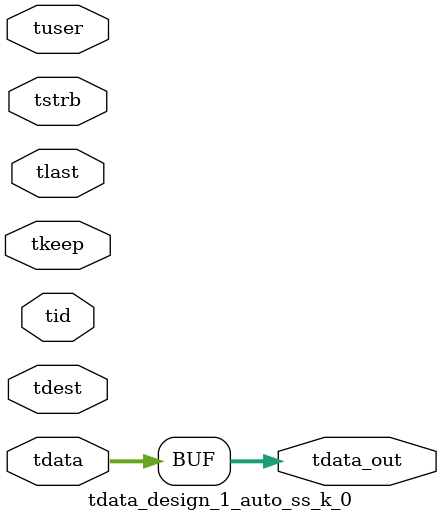
<source format=v>


`timescale 1ps/1ps

module tdata_design_1_auto_ss_k_0 #
(
parameter C_S_AXIS_TDATA_WIDTH = 32,
parameter C_S_AXIS_TUSER_WIDTH = 0,
parameter C_S_AXIS_TID_WIDTH   = 0,
parameter C_S_AXIS_TDEST_WIDTH = 0,
parameter C_M_AXIS_TDATA_WIDTH = 32
)
(
input  [(C_S_AXIS_TDATA_WIDTH == 0 ? 1 : C_S_AXIS_TDATA_WIDTH)-1:0     ] tdata,
input  [(C_S_AXIS_TUSER_WIDTH == 0 ? 1 : C_S_AXIS_TUSER_WIDTH)-1:0     ] tuser,
input  [(C_S_AXIS_TID_WIDTH   == 0 ? 1 : C_S_AXIS_TID_WIDTH)-1:0       ] tid,
input  [(C_S_AXIS_TDEST_WIDTH == 0 ? 1 : C_S_AXIS_TDEST_WIDTH)-1:0     ] tdest,
input  [(C_S_AXIS_TDATA_WIDTH/8)-1:0 ] tkeep,
input  [(C_S_AXIS_TDATA_WIDTH/8)-1:0 ] tstrb,
input                                                                    tlast,
output [C_M_AXIS_TDATA_WIDTH-1:0] tdata_out
);

assign tdata_out = {tdata[31:0]};

endmodule


</source>
